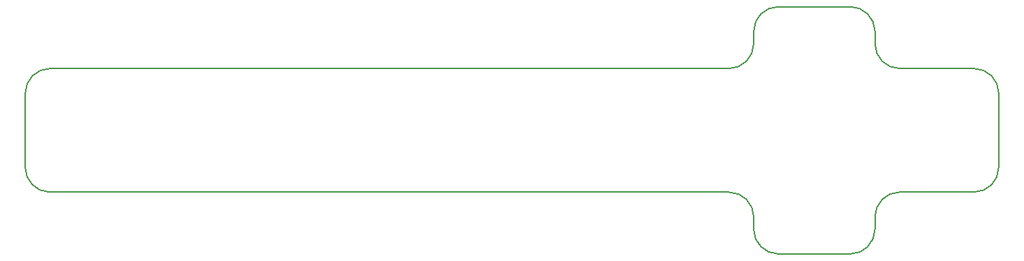
<source format=gm1>
G04 #@! TF.GenerationSoftware,KiCad,Pcbnew,9.0.0*
G04 #@! TF.CreationDate,2025-03-27T20:29:25-05:00*
G04 #@! TF.ProjectId,PD_Board_v2,50445f42-6f61-4726-945f-76322e6b6963,rev?*
G04 #@! TF.SameCoordinates,Original*
G04 #@! TF.FileFunction,Profile,NP*
%FSLAX46Y46*%
G04 Gerber Fmt 4.6, Leading zero omitted, Abs format (unit mm)*
G04 Created by KiCad (PCBNEW 9.0.0) date 2025-03-27 20:29:25*
%MOMM*%
%LPD*%
G01*
G04 APERTURE LIST*
G04 #@! TA.AperFunction,Profile*
%ADD10C,0.200000*%
G04 #@! TD*
G04 APERTURE END LIST*
D10*
X197250000Y-93250001D02*
X206250000Y-93250001D01*
X179550000Y-111250001D02*
X179550000Y-112750001D01*
X194250000Y-90250001D02*
X194250000Y-88750001D01*
X209250000Y-96250001D02*
X209250000Y-105250001D01*
X176550000Y-108250001D02*
X94250001Y-108250001D01*
X194250000Y-111250001D02*
G75*
G02*
X197250000Y-108250000I3000000J1D01*
G01*
X91250000Y-96250002D02*
G75*
G02*
X94250001Y-93250000I3000000J2D01*
G01*
X191250000Y-85750001D02*
G75*
G02*
X194249999Y-88750001I0J-2999999D01*
G01*
X91250000Y-105250000D02*
X91250000Y-96250002D01*
X206250000Y-108250001D02*
X197250000Y-108250001D01*
X179550000Y-88750001D02*
X179550000Y-90250001D01*
X179550000Y-88750001D02*
G75*
G02*
X182550000Y-85750000I3000000J1D01*
G01*
X94250001Y-108250001D02*
G75*
G02*
X91249999Y-105250000I-1J3000001D01*
G01*
X194250000Y-111250001D02*
X194250000Y-112750001D01*
X197250000Y-93250001D02*
G75*
G02*
X194249999Y-90250001I0J3000001D01*
G01*
X206250000Y-93250001D02*
G75*
G02*
X209249999Y-96250001I0J-2999999D01*
G01*
X179550000Y-90250001D02*
G75*
G02*
X176550000Y-93250000I-3000000J1D01*
G01*
X194250000Y-112750001D02*
G75*
G02*
X191250000Y-115750000I-3000000J1D01*
G01*
X209250000Y-105250001D02*
G75*
G02*
X206250000Y-108250000I-3000000J1D01*
G01*
X94250001Y-93250001D02*
X176550000Y-93250001D01*
X176550000Y-108250001D02*
G75*
G02*
X179549999Y-111250001I0J-2999999D01*
G01*
X191250000Y-85750001D02*
X182550000Y-85750001D01*
X182550000Y-115750001D02*
G75*
G02*
X179549999Y-112750001I0J3000001D01*
G01*
X191250000Y-115750001D02*
X182550000Y-115750001D01*
M02*

</source>
